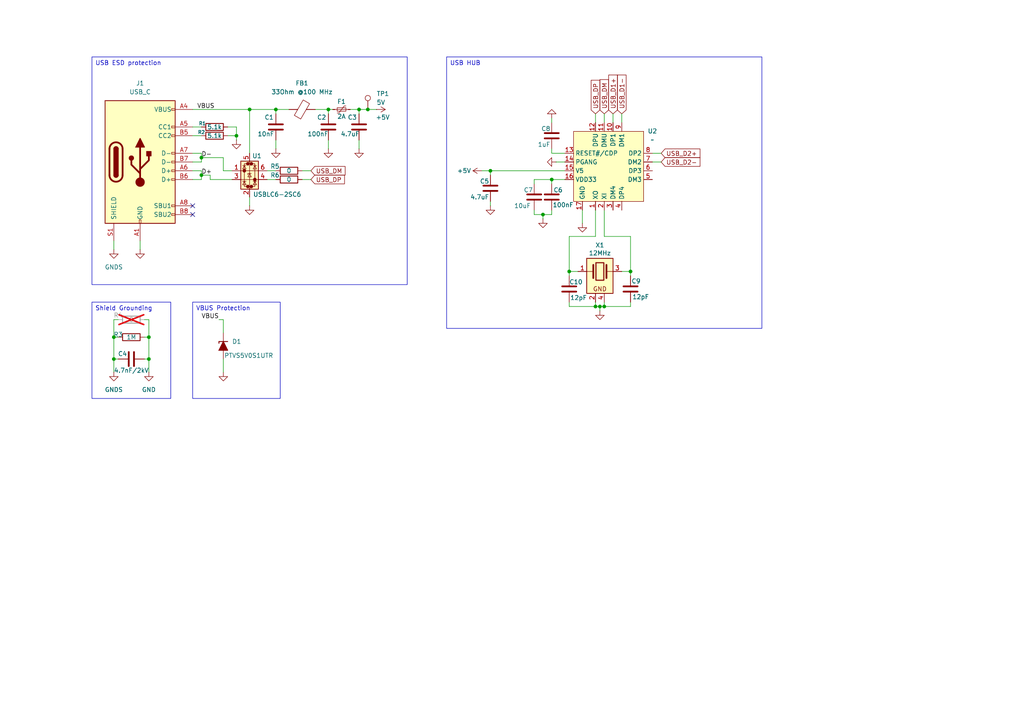
<source format=kicad_sch>
(kicad_sch (version 20250114) (generator "eeschema") (generator_version "9.0")
  (paper "A4")
  (lib_symbols
    (symbol "Connector:TestPoint" (pin_numbers (hide yes)) (pin_names (offset 0.762) (hide yes))
      (property "Reference" "TP" (at 0 6.858 0))
      (property "Value" "TestPoint" (at 0 5.08 0))
      (symbol "TestPoint_0_1"
        (circle (center 0 3.302) (radius 0.762))
      )
      (symbol "TestPoint_1_1"
        (pin passive line (at 0 0 90) (length 2.54) (name "1") (number "1"))
      )
    )
    (symbol "Connector:USB_C_Receptacle_USB2.0_16P" (pin_names (offset 1.016))
      (property "Reference" "J" (at 0 22.225 0))
      (property "Value" "USB_C_Receptacle_USB2.0_16P" (at 0 19.685 0))
      (symbol "USB_C_Receptacle_USB2.0_16P_0_0"
        (rectangle (start -0.254 -17.78) (end 0.254 -16.764))
        (rectangle (start 10.16 15.494) (end 9.144 14.986))
        (rectangle (start 10.16 10.414) (end 9.144 9.906))
        (rectangle (start 10.16 7.874) (end 9.144 7.366))
        (rectangle (start 10.16 2.794) (end 9.144 2.286))
        (rectangle (start 10.16 0.254) (end 9.144 -0.254))
        (rectangle (start 10.16 -2.286) (end 9.144 -2.794))
        (rectangle (start 10.16 -4.826) (end 9.144 -5.334))
        (rectangle (start 10.16 -12.446) (end 9.144 -12.954))
        (rectangle (start 10.16 -14.986) (end 9.144 -15.494))
      )
      (symbol "USB_C_Receptacle_USB2.0_16P_0_1"
        (rectangle (start -10.16 17.78) (end 10.16 -17.78) (stroke (width 0.254)) (fill (type background)))
        (polyline (pts (xy -8.89 -3.81) (xy -8.89 3.81)) (stroke (width 0.508)))
        (rectangle (start -7.62 -3.81) (end -6.35 3.81) (stroke (width 0.254)) (fill (type outline)))
        (arc (start -7.62 3.81) (mid -6.985 4.4423) (end -6.35 3.81) (stroke (width 0.254)))
        (arc (start -7.62 3.81) (mid -6.985 4.4423) (end -6.35 3.81) (stroke (width 0.254)) (fill (type outline)))
        (arc (start -8.89 3.81) (mid -6.985 5.7067) (end -5.08 3.81) (stroke (width 0.508)))
        (arc (start -5.08 -3.81) (mid -6.985 -5.7067) (end -8.89 -3.81) (stroke (width 0.508)))
        (arc (start -6.35 -3.81) (mid -6.985 -4.4423) (end -7.62 -3.81) (stroke (width 0.254)))
        (arc (start -6.35 -3.81) (mid -6.985 -4.4423) (end -7.62 -3.81) (stroke (width 0.254)) (fill (type outline)))
        (polyline (pts (xy -5.08 3.81) (xy -5.08 -3.81)) (stroke (width 0.508)))
        (circle (center -2.54 1.143) (radius 0.635) (stroke (width 0.254)) (fill (type outline)))
        (polyline (pts (xy -1.27 4.318) (xy 0 6.858) (xy 1.27 4.318) (xy -1.27 4.318)) (stroke (width 0.254)) (fill (type outline)))
        (polyline (pts (xy 0 -2.032) (xy 2.54 0.508) (xy 2.54 1.778)) (stroke (width 0.508)))
        (polyline (pts (xy 0 -3.302) (xy -2.54 -0.762) (xy -2.54 0.508)) (stroke (width 0.508)))
        (polyline (pts (xy 0 -5.842) (xy 0 4.318)) (stroke (width 0.508)))
        (circle (center 0 -5.842) (radius 1.27) (fill (type outline)))
        (rectangle (start 1.905 1.778) (end 3.175 3.048) (stroke (width 0.254)) (fill (type outline)))
      )
      (symbol "USB_C_Receptacle_USB2.0_16P_1_1"
        (pin passive line (at -7.62 -22.86 90) (length 5.08) (name "SHIELD") (number "S1"))
        (pin passive line (at 0 -22.86 90) (length 5.08) (name "GND") (number "A1"))
        (pin passive line (at 0 -22.86 90) (length 5.08) (hide yes) (name "GND") (number "A12"))
        (pin passive line (at 0 -22.86 90) (length 5.08) (hide yes) (name "GND") (number "B1"))
        (pin passive line (at 0 -22.86 90) (length 5.08) (hide yes) (name "GND") (number "B12"))
        (pin passive line (at 15.24 15.24 180) (length 5.08) (name "VBUS") (number "A4"))
        (pin passive line (at 15.24 15.24 180) (length 5.08) (hide yes) (name "VBUS") (number "A9"))
        (pin passive line (at 15.24 15.24 180) (length 5.08) (hide yes) (name "VBUS") (number "B4"))
        (pin passive line (at 15.24 15.24 180) (length 5.08) (hide yes) (name "VBUS") (number "B9"))
        (pin bidirectional line (at 15.24 10.16 180) (length 5.08) (name "CC1") (number "A5"))
        (pin bidirectional line (at 15.24 7.62 180) (length 5.08) (name "CC2") (number "B5"))
        (pin bidirectional line (at 15.24 2.54 180) (length 5.08) (name "D-") (number "A7"))
        (pin bidirectional line (at 15.24 0 180) (length 5.08) (name "D-") (number "B7"))
        (pin bidirectional line (at 15.24 -2.54 180) (length 5.08) (name "D+") (number "A6"))
        (pin bidirectional line (at 15.24 -5.08 180) (length 5.08) (name "D+") (number "B6"))
        (pin bidirectional line (at 15.24 -12.7 180) (length 5.08) (name "SBU1") (number "A8"))
        (pin bidirectional line (at 15.24 -15.24 180) (length 5.08) (name "SBU2") (number "B8"))
      )
    )
    (symbol "Device:C" (pin_numbers (hide yes)) (pin_names (offset 0.254))
      (property "Reference" "C" (at 0.635 2.54 0))
      (property "Value" "C" (at 0.635 -2.54 0))
      (symbol "C_0_1"
        (polyline (pts (xy -2.032 0.762) (xy 2.032 0.762)) (stroke (width 0.508)))
        (polyline (pts (xy -2.032 -0.762) (xy 2.032 -0.762)) (stroke (width 0.508)))
      )
      (symbol "C_1_1"
        (pin passive line (at 0 3.81 270) (length 2.794) (name "~") (number "1"))
        (pin passive line (at 0 -3.81 90) (length 2.794) (name "~") (number "2"))
      )
    )
    (symbol "Device:FerriteBead" (pin_numbers (hide yes)) (pin_names (offset 0))
      (property "Reference" "FB" (at -3.81 0.635 90))
      (property "Value" "FerriteBead" (at 3.81 0 90))
      (symbol "FerriteBead_0_1"
        (polyline (pts (xy -2.7686 0.4064) (xy -1.7018 2.2606) (xy 2.7686 -0.3048) (xy 1.6764 -2.159) (xy -2.7686 0.4064)))
        (polyline (pts (xy 0 1.27) (xy 0 1.2954)))
        (polyline (pts (xy 0 -1.27) (xy 0 -1.2192)))
      )
      (symbol "FerriteBead_1_1"
        (pin passive line (at 0 3.81 270) (length 2.54) (name "~") (number "1"))
        (pin passive line (at 0 -3.81 90) (length 2.54) (name "~") (number "2"))
      )
    )
    (symbol "Device:Polyfuse_Small" (pin_numbers (hide yes)) (pin_names (offset 0))
      (property "Reference" "F" (at -1.905 0 90))
      (property "Value" "Polyfuse_Small" (at 1.905 0 90))
      (symbol "Polyfuse_Small_0_1"
        (polyline (pts (xy -1.016 1.27) (xy -1.016 0.762) (xy 1.016 -0.762) (xy 1.016 -1.27)))
        (rectangle (start -0.508 1.27) (end 0.508 -1.27))
        (polyline (pts (xy 0 2.54) (xy 0 -2.54)))
      )
      (symbol "Polyfuse_Small_1_1"
        (pin passive line (at 0 2.54 270) (length 0.635) (name "~") (number "1"))
        (pin passive line (at 0 -2.54 90) (length 0.635) (name "~") (number "2"))
      )
    )
    (symbol "Device:R" (pin_numbers (hide yes)) (pin_names (offset 0))
      (property "Reference" "R" (at 2.032 0 90))
      (property "Value" "R" (at 0 0 90))
      (symbol "R_0_1"
        (rectangle (start -1.016 -2.54) (end 1.016 2.54) (stroke (width 0.254)))
      )
      (symbol "R_1_1"
        (pin passive line (at 0 3.81 270) (length 1.27) (name "~") (number "1"))
        (pin passive line (at 0 -3.81 90) (length 1.27) (name "~") (number "2"))
      )
    )
    (symbol "Interface_USB:CH334P"
      (property "Reference" "U" (at 0 0 0))
      (symbol "CH334P_1_1"
        (rectangle (start -10.16 10.16) (end 10.16 -10.16) (fill (type background)))
        (pin passive line (at -12.7 3.81 0) (length 2.54) (name "RESET#/CDP") (number "13"))
        (pin passive line (at -12.7 1.27 0) (length 2.54) (name "PGANG") (number "14"))
        (pin passive line (at -12.7 -1.27 0) (length 2.54) (name "V5") (number "15"))
        (pin passive line (at -12.7 -3.81 0) (length 2.54) (name "VDD33") (number "16"))
        (pin passive line (at -7.62 -12.7 90) (length 2.54) (name "GND") (number "17"))
        (pin passive line (at -3.81 12.7 270) (length 2.54) (name "DPU") (number "12"))
        (pin passive line (at -3.81 -12.7 90) (length 2.54) (name "XO") (number "1"))
        (pin passive line (at -1.27 12.7 270) (length 2.54) (name "DMU") (number "11"))
        (pin passive line (at -1.27 -12.7 90) (length 2.54) (name "XI") (number "2"))
        (pin passive line (at 1.27 12.7 270) (length 2.54) (name "DP1") (number "10"))
        (pin passive line (at 1.27 -12.7 90) (length 2.54) (name "DM4") (number "3"))
        (pin passive line (at 3.81 12.7 270) (length 2.54) (name "DM1") (number "9"))
        (pin passive line (at 3.81 -12.7 90) (length 2.54) (name "DP4") (number "4"))
        (pin passive line (at 12.7 3.81 180) (length 2.54) (name "DP2") (number "8"))
        (pin passive line (at 12.7 1.27 180) (length 2.54) (name "DM2") (number "7"))
        (pin passive line (at 12.7 -1.27 180) (length 2.54) (name "DP3") (number "6"))
        (pin passive line (at 12.7 -3.81 180) (length 2.54) (name "DM3") (number "5"))
      )
    )
    (symbol "PCM_Crystal_AKL:Crystal_Generic_GND24" (pin_names (offset 1.016) (hide yes))
      (property "Reference" "X" (at 0 8.89 0))
      (property "Value" "Crystal_Generic" (at 0 6.35 0))
      (symbol "Crystal_Generic_GND24_0_1"
        (rectangle (start -3.81 3.81) (end 3.81 -6.35) (stroke (width 0.254)) (fill (type background)))
        (polyline (pts (xy -3.81 0) (xy -1.905 0)))
        (polyline (pts (xy -1.905 -1.905) (xy -1.905 1.905)) (stroke (width 0.508)))
        (rectangle (start -1.143 2.54) (end 1.143 -2.54) (stroke (width 0.3048)))
        (polyline (pts (xy 1.905 -1.905) (xy 1.905 1.905)) (stroke (width 0.508)))
        (polyline (pts (xy 3.81 0) (xy 1.905 0)))
        (text "GND" (at 0 -5.08 0) (effects (font (size 1.27 1.27))))
      )
      (symbol "Crystal_Generic_GND24_1_1"
        (pin passive line (at -6.35 0 0) (length 2.54) (name "1") (number "1"))
        (pin passive line (at -1.27 -8.89 90) (length 2.54) (name "2") (number "2"))
        (pin passive line (at 1.27 -8.89 90) (length 2.54) (name "4") (number "4"))
        (pin passive line (at 6.35 0 180) (length 2.54) (name "3") (number "3"))
      )
    )
    (symbol "PCM_Diode_TVS_AKL:PTVS5V0S1UTR" (pin_numbers (hide yes)) (pin_names (offset 1.016) (hide yes))
      (property "Reference" "D" (at 0 5.08 0))
      (property "Value" "PTVS5V0S1UTR" (at 0 2.54 0))
      (symbol "PTVS5V0S1UTR_0_1"
        (polyline (pts (xy -1.27 1.27) (xy -1.27 -1.27) (xy 1.27 0) (xy -1.27 1.27)) (stroke (width 0.254)) (fill (type outline)))
        (polyline (pts (xy -1.27 0) (xy 1.27 0)))
        (polyline (pts (xy 1.27 1.27) (xy 0.762 1.27)) (stroke (width 0.254)))
        (polyline (pts (xy 1.27 -1.27) (xy 1.27 1.27)) (stroke (width 0.254)))
      )
      (symbol "PTVS5V0S1UTR_0_2"
        (polyline (pts (xy -2.54 -2.54) (xy 2.54 2.54)))
        (polyline (pts (xy -0.889 -0.889) (xy -1.778 0) (xy 0.889 0.889) (xy 0 -1.778) (xy -0.889 -0.889)) (stroke (width 0.254)) (fill (type outline)))
        (polyline (pts (xy 0 1.778) (xy -0.381 1.397)) (stroke (width 0.254)))
        (polyline (pts (xy 0 1.778) (xy 1.778 0)) (stroke (width 0.254)))
      )
      (symbol "PTVS5V0S1UTR_1_1"
        (pin passive line (at -3.81 0 0) (length 2.54) (name "A") (number "2"))
        (pin passive line (at 3.81 0 180) (length 2.54) (name "K") (number "1"))
      )
      (symbol "PTVS5V0S1UTR_1_2"
        (pin passive line (at -2.54 -2.54 0) (length 0) (name "A") (number "2"))
        (pin passive line (at 2.54 2.54 180) (length 0) (name "K") (number "1"))
      )
    )
    (symbol "Power_Protection:USBLC6-2SC6" (pin_names (hide yes))
      (property "Reference" "U" (at 0.635 5.715 0))
      (property "Value" "USBLC6-2SC6" (at 0.635 3.81 0))
      (symbol "USBLC6-2SC6_0_0"
        (circle (center -1.524 0) (radius 0.0001) (stroke (width 0.508)))
        (circle (center -0.508 2.032) (radius 0.0001) (stroke (width 0.508)))
        (circle (center -0.508 -4.572) (radius 0.0001) (stroke (width 0.508)))
        (circle (center 0.508 2.032) (radius 0.0001) (stroke (width 0.508)))
        (circle (center 0.508 -4.572) (radius 0.0001) (stroke (width 0.508)))
        (circle (center 1.524 -2.54) (radius 0.0001) (stroke (width 0.508)))
      )
      (symbol "USBLC6-2SC6_0_1"
        (polyline (pts (xy -2.54 0) (xy 2.54 0)))
        (polyline (pts (xy -2.54 -2.54) (xy 2.54 -2.54)))
        (polyline (pts (xy -2.032 0.508) (xy -1.016 0.508) (xy -1.524 1.524) (xy -2.032 0.508)))
        (polyline (pts (xy -2.032 -3.048) (xy -1.016 -3.048)))
        (polyline (pts (xy -1.016 1.524) (xy -2.032 1.524)))
        (polyline (pts (xy -1.016 -4.064) (xy -2.032 -4.064) (xy -1.524 -3.048) (xy -1.016 -4.064)))
        (polyline (pts (xy -0.508 -1.143) (xy -0.508 -0.762) (xy 0.508 -0.762)))
        (polyline (pts (xy 0 2.54) (xy -0.508 2.032) (xy 0.508 2.032) (xy 0 1.524) (xy 0 -4.064) (xy -0.508 -4.572) (xy 0.508 -4.572) (xy 0 -5.08)))
        (polyline (pts (xy 0.508 -1.778) (xy -0.508 -1.778) (xy 0 -0.762) (xy 0.508 -1.778)))
        (polyline (pts (xy 1.016 1.524) (xy 2.032 1.524)))
        (polyline (pts (xy 1.016 -3.048) (xy 2.032 -3.048)))
        (polyline (pts (xy 2.032 0.508) (xy 1.016 0.508) (xy 1.524 1.524) (xy 2.032 0.508)))
        (polyline (pts (xy 2.032 -4.064) (xy 1.016 -4.064) (xy 1.524 -3.048) (xy 2.032 -4.064)))
      )
      (symbol "USBLC6-2SC6_1_1"
        (rectangle (start -2.54 2.794) (end 2.54 -5.334) (stroke (width 0.254)) (fill (type background)))
        (polyline (pts (xy -0.508 2.032) (xy -1.524 2.032) (xy -1.524 -4.572) (xy -0.508 -4.572)))
        (polyline (pts (xy 0.508 -4.572) (xy 1.524 -4.572) (xy 1.524 2.032) (xy 0.508 2.032)))
        (pin passive line (at -5.08 0 0) (length 2.54) (name "I/O1") (number "1"))
        (pin passive line (at -5.08 -2.54 0) (length 2.54) (name "I/O2") (number "3"))
        (pin passive line (at 0 5.08 270) (length 2.54) (name "VBUS") (number "5"))
        (pin passive line (at 0 -7.62 90) (length 2.54) (name "GND") (number "2"))
        (pin passive line (at 5.08 0 180) (length 2.54) (name "I/O1") (number "6"))
        (pin passive line (at 5.08 -2.54 180) (length 2.54) (name "I/O2") (number "4"))
      )
    )
    (symbol "power:+5V" (power) (pin_numbers (hide yes)) (pin_names (offset 0) (hide yes))
      (property "Value" "+5V" (at 0 3.556 0))
      (symbol "+5V_0_1"
        (polyline (pts (xy -0.762 1.27) (xy 0 2.54)))
        (polyline (pts (xy 0 2.54) (xy 0.762 1.27)))
        (polyline (pts (xy 0 0) (xy 0 2.54)))
      )
      (symbol "+5V_1_1"
        (pin power_in line (at 0 0 90) (length 0) (name "~") (number "1"))
      )
    )
    (symbol "power:GND" (power) (pin_numbers (hide yes)) (pin_names (offset 0) (hide yes))
      (property "Value" "GND" (at 0 -3.81 0))
      (symbol "GND_0_1"
        (polyline (pts (xy 0 0) (xy 0 -1.27) (xy 1.27 -1.27) (xy 0 -2.54) (xy -1.27 -1.27) (xy 0 -1.27)))
      )
      (symbol "GND_1_1"
        (pin power_in line (at 0 0 270) (length 0) (name "~") (number "1"))
      )
    )
    (symbol "power:GNDS" (power) (pin_numbers (hide yes)) (pin_names (offset 0) (hide yes))
      (property "Value" "GNDS" (at 0 -3.81 0))
      (symbol "GNDS_0_1"
        (polyline (pts (xy 0 0) (xy 0 -1.27) (xy 1.27 -1.27) (xy 0 -2.54) (xy -1.27 -1.27) (xy 0 -1.27)))
      )
      (symbol "GNDS_1_1"
        (pin power_in line (at 0 0 270) (length 0) (name "~") (number "1"))
      )
    )
  )
  (text_box "USB ESD protection" (at 26.67 16.51 0) (size 91.44 66.04) (margins 0.9525 0.9525 0.9525 0.9525) (effects (font (size 1.27 1.27)) (justify left top)))
  (text_box "USB HUB\n" (at 129.54 16.51 0) (size 91.44 78.74) (margins 0.9525 0.9525 0.9525 0.9525) (effects (font (size 1.27 1.27)) (justify left top)))
  (text_box "Shield Grounding" (at 26.67 87.63 0) (size 22.86 27.94) (margins 0.9525 0.9525 0.9525 0.9525) (fill (type color)) (effects (font (size 1.27 1.27)) (justify left top)))
  (text_box "VBUS Protection" (at 55.88 87.63 0) (size 25.4 27.94) (margins 0.9525 0.9525 0.9525 0.9525) (fill (type color)) (effects (font (size 1.27 1.27)) (justify left top)))
  (junction (at 157.48 62.23))
  (junction (at 58.42 50.8))
  (junction (at 160.02 52.07))
  (junction (at 95.25 31.75))
  (junction (at 33.02 97.79))
  (junction (at 58.42 45.72))
  (junction (at 43.18 104.14))
  (junction (at 104.14 31.75))
  (junction (at 72.39 31.75))
  (junction (at 142.24 49.53))
  (junction (at 80.01 31.75))
  (junction (at 165.1 78.74))
  (junction (at 175.26 88.9))
  (junction (at 43.18 97.79))
  (junction (at 68.58 39.37))
  (junction (at 173.99 88.9))
  (junction (at 33.02 104.14))
  (junction (at 106.68 31.75))
  (junction (at 172.72 88.9))
  (junction (at 182.88 78.74))
  (no_connect (at 55.88 62.23))
  (no_connect (at 55.88 59.69))
  (wire (pts (xy 95.25 31.75) (xy 96.52 31.75)))
  (wire (pts (xy 189.23 44.45) (xy 191.77 44.45)))
  (wire (pts (xy 160.02 62.23) (xy 157.48 62.23)))
  (wire (pts (xy 139.7 49.53) (xy 142.24 49.53)))
  (wire (pts (xy 34.29 97.79) (xy 33.02 97.79)))
  (wire (pts (xy 33.02 97.79) (xy 33.02 104.14)))
  (wire (pts (xy 34.29 92.71) (xy 33.02 92.71)))
  (wire (pts (xy 160.02 44.45) (xy 163.83 44.45)))
  (wire (pts (xy 160.02 44.45) (xy 160.02 43.18)))
  (wire (pts (xy 72.39 57.15) (xy 72.39 59.69)))
  (wire (pts (xy 40.64 69.85) (xy 40.64 72.39)))
  (wire (pts (xy 172.72 60.96) (xy 172.72 68.58)))
  (wire (pts (xy 160.02 60.96) (xy 160.02 62.23)))
  (wire (pts (xy 101.6 31.75) (xy 104.14 31.75)))
  (wire (pts (xy 58.42 49.53) (xy 58.42 50.8)))
  (wire (pts (xy 182.88 78.74) (xy 180.34 78.74)))
  (wire (pts (xy 64.77 45.72) (xy 58.42 45.72)))
  (wire (pts (xy 34.29 104.14) (xy 33.02 104.14)))
  (wire (pts (xy 172.72 33.02) (xy 172.72 35.56)))
  (wire (pts (xy 160.02 52.07) (xy 160.02 53.34)))
  (wire (pts (xy 55.88 36.83) (xy 58.42 36.83)))
  (wire (pts (xy 66.04 36.83) (xy 68.58 36.83)))
  (wire (pts (xy 157.48 63.5) (xy 157.48 62.23)))
  (wire (pts (xy 68.58 36.83) (xy 68.58 39.37)))
  (wire (pts (xy 60.96 52.07) (xy 60.96 50.8)))
  (wire (pts (xy 104.14 40.64) (xy 104.14 43.18)))
  (wire (pts (xy 43.18 107.95) (xy 43.18 104.14)))
  (wire (pts (xy 154.94 52.07) (xy 160.02 52.07)))
  (wire (pts (xy 87.63 49.53) (xy 90.17 49.53)))
  (wire (pts (xy 160.02 34.29) (xy 160.02 35.56)))
  (wire (pts (xy 182.88 88.9) (xy 175.26 88.9)))
  (wire (pts (xy 95.25 40.64) (xy 95.25 43.18)))
  (wire (pts (xy 157.48 62.23) (xy 154.94 62.23)))
  (wire (pts (xy 43.18 97.79) (xy 43.18 104.14)))
  (wire (pts (xy 142.24 58.42) (xy 142.24 59.69)))
  (wire (pts (xy 161.29 46.99) (xy 163.83 46.99)))
  (wire (pts (xy 168.91 60.96) (xy 168.91 64.77)))
  (wire (pts (xy 165.1 78.74) (xy 165.1 80.01)))
  (wire (pts (xy 43.18 92.71) (xy 43.18 97.79)))
  (wire (pts (xy 64.77 49.53) (xy 64.77 45.72)))
  (wire (pts (xy 55.88 31.75) (xy 72.39 31.75)))
  (wire (pts (xy 154.94 53.34) (xy 154.94 52.07)))
  (wire (pts (xy 41.91 92.71) (xy 43.18 92.71)))
  (wire (pts (xy 182.88 80.01) (xy 182.88 78.74)))
  (wire (pts (xy 87.63 52.07) (xy 90.17 52.07)))
  (wire (pts (xy 68.58 39.37) (xy 66.04 39.37)))
  (wire (pts (xy 165.1 68.58) (xy 165.1 78.74)))
  (wire (pts (xy 175.26 88.9) (xy 173.99 88.9)))
  (wire (pts (xy 175.26 68.58) (xy 182.88 68.58)))
  (wire (pts (xy 43.18 104.14) (xy 41.91 104.14)))
  (wire (pts (xy 80.01 31.75) (xy 80.01 33.02)))
  (wire (pts (xy 80.01 40.64) (xy 80.01 43.18)))
  (wire (pts (xy 182.88 68.58) (xy 182.88 78.74)))
  (wire (pts (xy 77.47 52.07) (xy 80.01 52.07)))
  (wire (pts (xy 33.02 92.71) (xy 33.02 97.79)))
  (wire (pts (xy 55.88 44.45) (xy 58.42 44.45)))
  (wire (pts (xy 41.91 97.79) (xy 43.18 97.79)))
  (wire (pts (xy 33.02 104.14) (xy 33.02 107.95)))
  (wire (pts (xy 142.24 49.53) (xy 163.83 49.53)))
  (wire (pts (xy 180.34 33.02) (xy 180.34 35.56)))
  (wire (pts (xy 72.39 31.75) (xy 72.39 44.45)))
  (wire (pts (xy 55.88 49.53) (xy 58.42 49.53)))
  (wire (pts (xy 175.26 33.02) (xy 175.26 35.56)))
  (wire (pts (xy 58.42 44.45) (xy 58.42 45.72)))
  (wire (pts (xy 63.5 92.71) (xy 64.77 92.71)))
  (wire (pts (xy 72.39 31.75) (xy 80.01 31.75)))
  (wire (pts (xy 60.96 50.8) (xy 58.42 50.8)))
  (wire (pts (xy 165.1 88.9) (xy 172.72 88.9)))
  (wire (pts (xy 175.26 60.96) (xy 175.26 68.58)))
  (wire (pts (xy 173.99 88.9) (xy 172.72 88.9)))
  (wire (pts (xy 64.77 104.14) (xy 64.77 107.95)))
  (wire (pts (xy 80.01 31.75) (xy 83.82 31.75)))
  (wire (pts (xy 77.47 49.53) (xy 80.01 49.53)))
  (wire (pts (xy 154.94 62.23) (xy 154.94 60.96)))
  (wire (pts (xy 58.42 52.07) (xy 55.88 52.07)))
  (wire (pts (xy 172.72 68.58) (xy 165.1 68.58)))
  (wire (pts (xy 91.44 31.75) (xy 95.25 31.75)))
  (wire (pts (xy 58.42 50.8) (xy 58.42 52.07)))
  (wire (pts (xy 177.8 33.02) (xy 177.8 35.56)))
  (wire (pts (xy 160.02 52.07) (xy 163.83 52.07)))
  (wire (pts (xy 64.77 92.71) (xy 64.77 96.52)))
  (wire (pts (xy 173.99 90.17) (xy 173.99 88.9)))
  (wire (pts (xy 167.64 78.74) (xy 165.1 78.74)))
  (wire (pts (xy 175.26 87.63) (xy 175.26 88.9)))
  (wire (pts (xy 58.42 45.72) (xy 58.42 46.99)))
  (wire (pts (xy 104.14 33.02) (xy 104.14 31.75)))
  (wire (pts (xy 106.68 31.75) (xy 109.22 31.75)))
  (wire (pts (xy 104.14 31.75) (xy 106.68 31.75)))
  (wire (pts (xy 95.25 31.75) (xy 95.25 33.02)))
  (wire (pts (xy 165.1 87.63) (xy 165.1 88.9)))
  (wire (pts (xy 189.23 46.99) (xy 191.77 46.99)))
  (wire (pts (xy 182.88 87.63) (xy 182.88 88.9)))
  (wire (pts (xy 68.58 40.64) (xy 68.58 39.37)))
  (wire (pts (xy 142.24 49.53) (xy 142.24 50.8)))
  (wire (pts (xy 55.88 39.37) (xy 58.42 39.37)))
  (wire (pts (xy 58.42 46.99) (xy 55.88 46.99)))
  (wire (pts (xy 67.31 49.53) (xy 64.77 49.53)))
  (wire (pts (xy 172.72 88.9) (xy 172.72 87.63)))
  (wire (pts (xy 33.02 69.85) (xy 33.02 72.39)))
  (wire (pts (xy 67.31 52.07) (xy 60.96 52.07)))
  (label "VBUS" (at 63.5 92.71 180))
  (label "D-" (at 58.42 45.72 0))
  (label "VBUS" (at 57.15 31.75 0))
  (label "D+" (at 58.42 50.8 0))
  (global_label "USB_DM" (shape input) (at 90.17 49.53 0) (property "Intersheetrefs" "${INTERSHEET_REFS}" (effects (hide yes))))
  (global_label "USB_DP" (shape input) (at 90.17 52.07 0) (property "Intersheetrefs" "${INTERSHEET_REFS}" (effects (hide yes))))
  (global_label "USB_DM" (shape input) (at 175.26 33.02 90) (property "Intersheetrefs" "${INTERSHEET_REFS}" (effects (hide yes))))
  (global_label "USB_D2+" (shape input) (at 191.77 44.45 0) (property "Intersheetrefs" "${INTERSHEET_REFS}" (effects (hide yes))))
  (global_label "USB_D1-" (shape input) (at 180.34 33.02 90) (property "Intersheetrefs" "${INTERSHEET_REFS}" (effects (hide yes))))
  (global_label "USB_DP" (shape input) (at 172.72 33.02 90) (property "Intersheetrefs" "${INTERSHEET_REFS}" (effects (hide yes))))
  (global_label "USB_D2-" (shape input) (at 191.77 46.99 0) (property "Intersheetrefs" "${INTERSHEET_REFS}" (effects (hide yes))))
  (global_label "USB_D1+" (shape input) (at 177.8 33.02 90) (property "Intersheetrefs" "${INTERSHEET_REFS}" (effects (hide yes))))
  (symbol (lib_id "Connector:USB_C_Receptacle_USB2.0_16P") (at 40.64 46.99 0) (unit 1)
    (property "Reference" "J1" (at 40.64 24.13 0))
    (property "Value" "USB_C" (at 40.64 26.67 0))
    (property "Footprint" "Connector_USB:USB_C_Receptacle_HCTL_HC-TYPE-C-16P-01A" (effects (hide yes)))
    (property "Datasheet" "https://www.usb.org/sites/default/files/documents/usb_type-c.zip" (effects (hide yes)))
    (property "Description" "USB 2.0-only 16P Type-C Receptacle connector" (effects (hide yes)))
  )
  (symbol (lib_id "Device:C") (at 95.25 36.83 0) (unit 1)
    (property "Reference" "C2" (at 91.948 34.036 0) (effects (justify left)))
    (property "Value" "100nF" (at 89.154 38.862 0) (effects (justify left)))
    (property "Description" "Unpolarized capacitor" (effects (hide yes)))
  )
  (symbol (lib_id "Device:R") (at 83.82 49.53 90) (unit 1)
    (property "Reference" "R5" (at 79.756 48.26 90))
    (property "Value" "0" (at 83.82 49.53 90))
    (property "Description" "Resistor" (effects (hide yes)))
  )
  (symbol (lib_id "power:GND") (at 64.77 107.95 0) (unit 1)
    (property "Reference" "#PWR011" (effects (hide yes)))
    (property "Value" "GND" (effects (hide yes)))
    (property "Description" "Power symbol creates a global label with name \"GND\" , ground" (effects (hide yes)))
  )
  (symbol (lib_id "power:GND") (at 160.02 34.29 180) (unit 1)
    (property "Reference" "#PWR017" (effects (hide yes)))
    (property "Value" "GND" (effects (hide yes)))
    (property "Description" "Power symbol creates a global label with name \"GND\" , ground" (effects (hide yes)))
  )
  (symbol (lib_id "power:GND") (at 161.29 46.99 270) (unit 1)
    (property "Reference" "#PWR018" (effects (hide yes)))
    (property "Value" "GND" (effects (hide yes)))
    (property "Description" "Power symbol creates a global label with name \"GND\" , ground" (effects (hide yes)))
  )
  (symbol (lib_id "power:GNDS") (at 33.02 107.95 0) (unit 1)
    (property "Reference" "#PWR08" (effects (hide yes)))
    (property "Value" "GNDS" (at 33.02 113.03 0))
    (property "Description" "Power symbol creates a global label with name \"GNDS\" , signal ground" (effects (hide yes)))
  )
  (symbol (lib_id "PCM_Crystal_AKL:Crystal_Generic_GND24") (at 173.99 78.74 0) (unit 1)
    (property "Reference" "X1" (at 173.99 71.12 0))
    (property "Value" "12MHz" (at 173.99 73.406 0))
    (property "Footprint" "PCM_Crystal_AKL:Crystal_SMD_3225-4Pin_3.2x2.5mm" (effects (hide yes)))
    (property "Description" "Quartz crystal, Shielded, Generic symbol, Alternate KiCad Library" (effects (hide yes)))
  )
  (symbol (lib_id "power:GND") (at 68.58 40.64 0) (unit 1)
    (property "Reference" "#PWR01" (effects (hide yes)))
    (property "Value" "GND" (effects (hide yes)))
    (property "Description" "Power symbol creates a global label with name \"GND\" , ground" (effects (hide yes)))
  )
  (symbol (lib_id "Device:C") (at 165.1 83.82 0) (unit 1)
    (property "Reference" "C10" (at 165.1 81.788 0) (effects (justify left)))
    (property "Value" "12pF" (at 165.354 86.36 0) (effects (justify left)))
    (property "Description" "Unpolarized capacitor" (effects (hide yes)))
  )
  (symbol (lib_id "power:GND") (at 80.01 43.18 0) (unit 1)
    (property "Reference" "#PWR02" (effects (hide yes)))
    (property "Value" "GND" (effects (hide yes)))
    (property "Description" "Power symbol creates a global label with name \"GND\" , ground" (effects (hide yes)))
  )
  (symbol (lib_id "Device:R") (at 38.1 97.79 90) (unit 1)
    (property "Reference" "R3" (at 34.29 97.028 90))
    (property "Value" "1M" (at 38.1 97.79 90))
    (property "Description" "Resistor" (effects (hide yes)))
  )
  (symbol (lib_id "power:GND") (at 104.14 43.18 0) (unit 1)
    (property "Reference" "#PWR04" (effects (hide yes)))
    (property "Value" "GND" (effects (hide yes)))
    (property "Description" "Power symbol creates a global label with name \"GND\" , ground" (effects (hide yes)))
  )
  (symbol (lib_id "Device:R") (at 62.23 36.83 270) (unit 1)
    (property "Reference" "R1" (at 58.674 35.814 90) (effects (font (size 1 1))))
    (property "Value" "5.1k" (at 62.23 36.83 90))
    (property "Description" "Resistor" (effects (hide yes)))
  )
  (symbol (lib_id "power:+5V") (at 109.22 31.75 270) (unit 1)
    (property "Reference" "#PWR05" (effects (hide yes)))
    (property "Value" "+5V" (at 108.966 34.036 90) (effects (justify left)))
    (property "Description" "Power symbol creates a global label with name \"+5V\"" (effects (hide yes)))
  )
  (symbol (lib_id "power:GNDS") (at 33.02 72.39 0) (unit 1)
    (property "Reference" "#PWR07" (effects (hide yes)))
    (property "Value" "GNDS" (at 33.02 77.47 0))
    (property "Description" "Power symbol creates a global label with name \"GNDS\" , signal ground" (effects (hide yes)))
  )
  (symbol (lib_id "Device:Polyfuse_Small") (at 99.06 31.75 90) (unit 1)
    (property "Reference" "F1" (at 99.06 29.464 90))
    (property "Value" "2A" (at 99.06 33.782 90))
    (property "Description" "Resettable fuse, polymeric positive temperature coefficient, small symbol" (effects (hide yes)))
  )
  (symbol (lib_id "power:GND") (at 72.39 59.69 0) (unit 1)
    (property "Reference" "#PWR010" (effects (hide yes)))
    (property "Value" "GND" (effects (hide yes)))
    (property "Description" "Power symbol creates a global label with name \"GND\" , ground" (effects (hide yes)))
  )
  (symbol (lib_id "Interface_USB:CH334P") (at 176.53 48.26 0) (unit 1)
    (property "Reference" "U2" (at 189.23 38.0298 0))
    (property "Value" "~" (at 189.23 40.5698 0))
    (property "Footprint" "PCM_Package_DFN_QFN_AKL:QFN-16-1EP_3x3mm_P0.5mm_EP1.75x1.75mm" (effects (hide yes)))
  )
  (symbol (lib_id "Device:R") (at 83.82 52.07 90) (unit 1)
    (property "Reference" "R6" (at 79.756 50.8 90))
    (property "Value" "0" (at 83.82 52.07 90))
    (property "Description" "Resistor" (effects (hide yes)))
  )
  (symbol (lib_id "Power_Protection:USBLC6-2SC6") (at 72.39 49.53 0) (unit 1)
    (property "Reference" "U1" (at 73.152 45.212 0) (effects (justify left)))
    (property "Value" "USBLC6-2SC6" (at 73.406 56.388 0) (effects (justify left)))
    (property "Footprint" "Package_TO_SOT_SMD:SOT-666" (effects (hide yes)))
    (property "Datasheet" "https://www.st.com/resource/en/datasheet/usblc6-2.pdf" (effects (hide yes)))
    (property "Description" "Very low capacitance ESD protection diode, 2 data-line, SOT-23-6" (effects (hide yes)))
  )
  (symbol (lib_id "Device:C") (at 142.24 54.61 0) (unit 1)
    (property "Reference" "C5" (at 139.192 52.578 0) (effects (justify left)))
    (property "Value" "4.7uF" (at 136.398 57.15 0) (effects (justify left)))
    (property "Description" "Unpolarized capacitor" (effects (hide yes)))
  )
  (symbol (lib_id "Device:C") (at 80.01 36.83 0) (unit 1)
    (property "Reference" "C1" (at 76.708 34.036 0) (effects (justify left)))
    (property "Value" "10nF" (at 74.676 38.862 0) (effects (justify left)))
    (property "Description" "Unpolarized capacitor" (effects (hide yes)))
  )
  (symbol (lib_id "Device:C") (at 38.1 104.14 90) (unit 1)
    (property "Reference" "C4" (at 35.56 102.616 90))
    (property "Value" "4.7nF/2kV" (at 38.1 107.442 90))
    (property "Description" "Unpolarized capacitor" (effects (hide yes)))
  )
  (symbol (lib_id "power:GND") (at 43.18 107.95 0) (unit 1)
    (property "Reference" "#PWR09" (effects (hide yes)))
    (property "Value" "GND" (at 43.18 113.03 0))
    (property "Description" "Power symbol creates a global label with name \"GND\" , ground" (effects (hide yes)))
  )
  (symbol (lib_id "Device:C") (at 160.02 39.37 0) (unit 1)
    (property "Reference" "C8" (at 156.972 37.338 0) (effects (justify left)))
    (property "Value" "1uF" (at 155.956 41.91 0) (effects (justify left)))
    (property "Description" "Unpolarized capacitor" (effects (hide yes)))
  )
  (symbol (lib_id "Device:R") (at 38.1 92.71 90) (unit 1) (dnp yes)
    (property "Reference" "R4" (at 34.29 91.44 90))
    (property "Value" "0" (at 38.1 92.71 90))
    (property "Description" "Resistor" (effects (hide yes)))
  )
  (symbol (lib_id "Device:C") (at 154.94 57.15 0) (unit 1)
    (property "Reference" "C7" (at 151.892 55.118 0) (effects (justify left)))
    (property "Value" "10uF" (at 149.098 59.69 0) (effects (justify left)))
    (property "Description" "Unpolarized capacitor" (effects (hide yes)))
  )
  (symbol (lib_id "power:GND") (at 173.99 90.17 0) (unit 1)
    (property "Reference" "#PWR012" (effects (hide yes)))
    (property "Value" "GND" (effects (hide yes)))
    (property "Description" "Power symbol creates a global label with name \"GND\" , ground" (effects (hide yes)))
  )
  (symbol (lib_id "power:GND") (at 40.64 72.39 0) (unit 1)
    (property "Reference" "#PWR06" (effects (hide yes)))
    (property "Value" "GND" (effects (hide yes)))
    (property "Description" "Power symbol creates a global label with name \"GND\" , ground" (effects (hide yes)))
  )
  (symbol (lib_id "power:GND") (at 157.48 63.5 0) (unit 1)
    (property "Reference" "#PWR016" (effects (hide yes)))
    (property "Value" "GND" (effects (hide yes)))
    (property "Description" "Power symbol creates a global label with name \"GND\" , ground" (effects (hide yes)))
  )
  (symbol (lib_id "Device:C") (at 104.14 36.83 0) (unit 1)
    (property "Reference" "C3" (at 100.838 34.036 0) (effects (justify left)))
    (property "Value" "4.7uF" (at 98.806 38.862 0) (effects (justify left)))
    (property "Description" "Unpolarized capacitor" (effects (hide yes)))
  )
  (symbol (lib_id "Connector:TestPoint") (at 106.68 31.75 0) (unit 1)
    (property "Reference" "TP1" (at 109.22 27.1779 0) (effects (justify left)))
    (property "Value" "5V" (at 109.22 29.7179 0) (effects (justify left)))
    (property "Footprint" "TestPoint:TestPoint_Pad_D1.0mm" (effects (hide yes)))
    (property "Description" "test point" (effects (hide yes)))
  )
  (symbol (lib_id "power:GND") (at 168.91 64.77 0) (unit 1)
    (property "Reference" "#PWR013" (effects (hide yes)))
    (property "Value" "GND" (effects (hide yes)))
    (property "Description" "Power symbol creates a global label with name \"GND\" , ground" (effects (hide yes)))
  )
  (symbol (lib_id "power:GND") (at 95.25 43.18 0) (unit 1)
    (property "Reference" "#PWR03" (effects (hide yes)))
    (property "Value" "GND" (effects (hide yes)))
    (property "Description" "Power symbol creates a global label with name \"GND\" , ground" (effects (hide yes)))
  )
  (symbol (lib_id "Device:C") (at 182.88 83.82 0) (unit 1)
    (property "Reference" "C9" (at 183.134 81.534 0) (effects (justify left)))
    (property "Value" "12pF" (at 183.388 86.106 0) (effects (justify left)))
    (property "Description" "Unpolarized capacitor" (effects (hide yes)))
  )
  (symbol (lib_id "PCM_Diode_TVS_AKL:PTVS5V0S1UTR") (at 64.77 100.33 90) (unit 1)
    (property "Reference" "D1" (at 67.31 99.0599 90) (effects (justify right)))
    (property "Value" "PTVS5V0S1UTR" (at 65.024 103.124 90) (effects (justify right)))
    (property "Footprint" "PCM_Diode_SMD_AKL:D_SOD-123" (effects (hide yes)))
    (property "Datasheet" "https://www.tme.eu/Document/2e8aaef06c6b99cbe490b416bc53c8a0/PTVSXS1UTR_SER.pdf" (effects (hide yes)))
    (property "Description" "SOD-123F Unidirectional TVS diode, 5V, 400W, Alternate KiCAD Library" (effects (hide yes)))
  )
  (symbol (lib_id "power:GND") (at 142.24 59.69 0) (unit 1)
    (property "Reference" "#PWR015" (effects (hide yes)))
    (property "Value" "GND" (effects (hide yes)))
    (property "Description" "Power symbol creates a global label with name \"GND\" , ground" (effects (hide yes)))
  )
  (symbol (lib_id "Device:R") (at 62.23 39.37 270) (unit 1)
    (property "Reference" "R2" (at 58.42 38.354 90) (effects (font (size 1 1))))
    (property "Value" "5.1k" (at 62.23 39.37 90))
    (property "Description" "Resistor" (effects (hide yes)))
  )
  (symbol (lib_id "power:+5V") (at 139.7 49.53 90) (unit 1)
    (property "Reference" "#PWR014" (effects (hide yes)))
    (property "Value" "+5V" (at 136.652 49.53 90) (effects (justify left)))
    (property "Description" "Power symbol creates a global label with name \"+5V\"" (effects (hide yes)))
  )
  (symbol (lib_id "Device:C") (at 160.02 57.15 0) (unit 1)
    (property "Reference" "C6" (at 160.528 55.118 0) (effects (justify left)))
    (property "Value" "100nF" (at 160.274 59.436 0) (effects (justify left)))
    (property "Description" "Unpolarized capacitor" (effects (hide yes)))
  )
  (symbol (lib_id "Device:FerriteBead") (at 87.63 31.75 90) (unit 1)
    (property "Reference" "FB1" (at 87.5792 24.13 90))
    (property "Value" "33Ohm @100 MHz" (at 87.5792 26.67 90))
    (property "Description" "Ferrite bead" (effects (hide yes)))
  )
)
</source>
